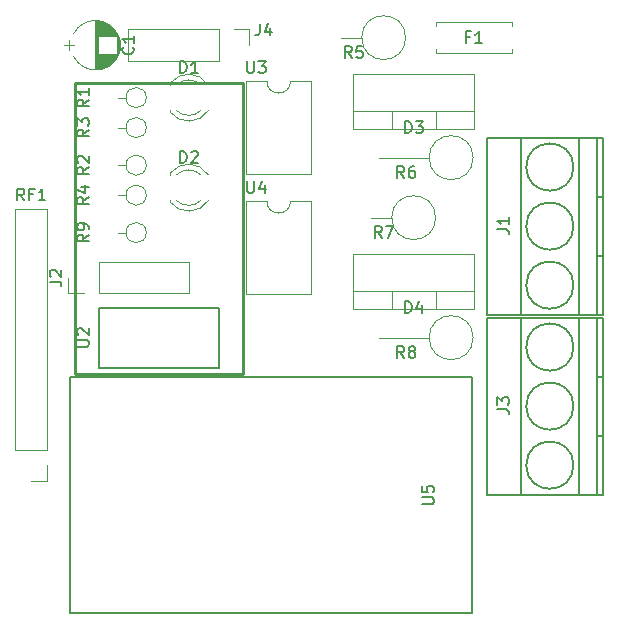
<source format=gbr>
G04 #@! TF.FileFunction,Legend,Top*
%FSLAX46Y46*%
G04 Gerber Fmt 4.6, Leading zero omitted, Abs format (unit mm)*
G04 Created by KiCad (PCBNEW 4.0.7-e2-6376~58~ubuntu17.04.1) date Sat May  5 23:35:11 2018*
%MOMM*%
%LPD*%
G01*
G04 APERTURE LIST*
%ADD10C,0.100000*%
%ADD11C,0.127000*%
%ADD12C,0.120000*%
%ADD13C,0.254000*%
%ADD14C,0.152400*%
%ADD15C,0.150000*%
G04 APERTURE END LIST*
D10*
D11*
X179215000Y-123985000D02*
X179215000Y-143985000D01*
X213215000Y-143985000D02*
X213215000Y-123985000D01*
X213215000Y-123985000D02*
X179215000Y-123985000D01*
X179215000Y-143985000D02*
X213215000Y-143985000D01*
D12*
X177225000Y-109795000D02*
X174565000Y-109795000D01*
X177225000Y-130175000D02*
X177225000Y-109795000D01*
X174565000Y-130175000D02*
X174565000Y-109795000D01*
X177225000Y-130175000D02*
X174565000Y-130175000D01*
X177225000Y-131445000D02*
X177225000Y-132775000D01*
X177225000Y-132775000D02*
X175895000Y-132775000D01*
D13*
X179578000Y-123698000D02*
X179578000Y-99060000D01*
X179578000Y-99060000D02*
X193802000Y-99060000D01*
X193802000Y-99060000D02*
X193802000Y-123698000D01*
X193802000Y-123698000D02*
X179578000Y-123698000D01*
D14*
X181610000Y-120650000D02*
X181610000Y-123190000D01*
X181610000Y-123190000D02*
X184150000Y-123190000D01*
X184150000Y-123190000D02*
X191770000Y-123190000D01*
X191770000Y-123190000D02*
X191770000Y-118110000D01*
X191770000Y-118110000D02*
X181610000Y-118110000D01*
X181610000Y-118110000D02*
X181610000Y-120650000D01*
D12*
X195850000Y-109100000D02*
X194080000Y-109100000D01*
X194080000Y-109100000D02*
X194080000Y-116960000D01*
X194080000Y-116960000D02*
X199620000Y-116960000D01*
X199620000Y-116960000D02*
X199620000Y-109100000D01*
X199620000Y-109100000D02*
X197850000Y-109100000D01*
X197850000Y-109100000D02*
G75*
G02X195850000Y-109100000I-1000000J0D01*
G01*
X213400000Y-118190000D02*
X203160000Y-118190000D01*
X213400000Y-113549000D02*
X203160000Y-113549000D01*
X213400000Y-118190000D02*
X213400000Y-113549000D01*
X203160000Y-118190000D02*
X203160000Y-113549000D01*
X213400000Y-116680000D02*
X203160000Y-116680000D01*
X210130000Y-118190000D02*
X210130000Y-116680000D01*
X206429000Y-118190000D02*
X206429000Y-116680000D01*
X190902335Y-99251392D02*
G75*
G03X187670000Y-99094484I-1672335J-1078608D01*
G01*
X190902335Y-101408608D02*
G75*
G02X187670000Y-101565516I-1672335J1078608D01*
G01*
X190271130Y-99250163D02*
G75*
G03X188189039Y-99250000I-1041130J-1079837D01*
G01*
X190271130Y-101409837D02*
G75*
G02X188189039Y-101410000I-1041130J1079837D01*
G01*
X187670000Y-99094000D02*
X187670000Y-99250000D01*
X187670000Y-101410000D02*
X187670000Y-101566000D01*
X190902335Y-106871392D02*
G75*
G03X187670000Y-106714484I-1672335J-1078608D01*
G01*
X190902335Y-109028608D02*
G75*
G02X187670000Y-109185516I-1672335J1078608D01*
G01*
X190271130Y-106870163D02*
G75*
G03X188189039Y-106870000I-1041130J-1079837D01*
G01*
X190271130Y-109029837D02*
G75*
G02X188189039Y-109030000I-1041130J1079837D01*
G01*
X187670000Y-106714000D02*
X187670000Y-106870000D01*
X187670000Y-109030000D02*
X187670000Y-109186000D01*
X195850000Y-98940000D02*
X194080000Y-98940000D01*
X194080000Y-98940000D02*
X194080000Y-106800000D01*
X194080000Y-106800000D02*
X199620000Y-106800000D01*
X199620000Y-106800000D02*
X199620000Y-98940000D01*
X199620000Y-98940000D02*
X197850000Y-98940000D01*
X197850000Y-98940000D02*
G75*
G02X195850000Y-98940000I-1000000J0D01*
G01*
X213400000Y-102950000D02*
X203160000Y-102950000D01*
X213400000Y-98309000D02*
X203160000Y-98309000D01*
X213400000Y-102950000D02*
X213400000Y-98309000D01*
X203160000Y-102950000D02*
X203160000Y-98309000D01*
X213400000Y-101440000D02*
X203160000Y-101440000D01*
X210130000Y-102950000D02*
X210130000Y-101440000D01*
X206429000Y-102950000D02*
X206429000Y-101440000D01*
X184090000Y-94555000D02*
X184090000Y-97215000D01*
X191770000Y-94555000D02*
X184090000Y-94555000D01*
X191770000Y-97215000D02*
X184090000Y-97215000D01*
X191770000Y-94555000D02*
X191770000Y-97215000D01*
X193040000Y-94555000D02*
X194370000Y-94555000D01*
X194370000Y-94555000D02*
X194370000Y-95885000D01*
X207600000Y-95250000D02*
G75*
G03X207600000Y-95250000I-1860000J0D01*
G01*
X203880000Y-95250000D02*
X202160000Y-95250000D01*
X210140000Y-110490000D02*
G75*
G03X210140000Y-110490000I-1860000J0D01*
G01*
X206420000Y-110490000D02*
X204700000Y-110490000D01*
X213315000Y-105410000D02*
G75*
G03X213315000Y-105410000I-1860000J0D01*
G01*
X209595000Y-105410000D02*
X205335000Y-105410000D01*
X213315000Y-120650000D02*
G75*
G03X213315000Y-120650000I-1860000J0D01*
G01*
X209595000Y-120650000D02*
X205335000Y-120650000D01*
X189290000Y-116900000D02*
X189290000Y-114240000D01*
X181610000Y-116900000D02*
X189290000Y-116900000D01*
X181610000Y-114240000D02*
X189290000Y-114240000D01*
X181610000Y-116900000D02*
X181610000Y-114240000D01*
X180340000Y-116900000D02*
X179010000Y-116900000D01*
X179010000Y-116900000D02*
X179010000Y-115570000D01*
X210150000Y-94270000D02*
X210150000Y-93940000D01*
X210150000Y-93940000D02*
X216570000Y-93940000D01*
X216570000Y-93940000D02*
X216570000Y-94270000D01*
X210150000Y-96230000D02*
X210150000Y-96560000D01*
X210150000Y-96560000D02*
X216570000Y-96560000D01*
X216570000Y-96560000D02*
X216570000Y-96230000D01*
X183186436Y-94905830D02*
G75*
G03X179494004Y-94905000I-1846436J-979170D01*
G01*
X183186436Y-96864170D02*
G75*
G02X179494004Y-96865000I-1846436J979170D01*
G01*
X183186436Y-96864170D02*
G75*
G03X183185996Y-94905000I-1846436J979170D01*
G01*
X181340000Y-93835000D02*
X181340000Y-97935000D01*
X181380000Y-93835000D02*
X181380000Y-97935000D01*
X181420000Y-93836000D02*
X181420000Y-97934000D01*
X181460000Y-93838000D02*
X181460000Y-97932000D01*
X181500000Y-93841000D02*
X181500000Y-97929000D01*
X181540000Y-93844000D02*
X181540000Y-97926000D01*
X181580000Y-93848000D02*
X181580000Y-95105000D01*
X181580000Y-96665000D02*
X181580000Y-97922000D01*
X181620000Y-93853000D02*
X181620000Y-95105000D01*
X181620000Y-96665000D02*
X181620000Y-97917000D01*
X181660000Y-93859000D02*
X181660000Y-95105000D01*
X181660000Y-96665000D02*
X181660000Y-97911000D01*
X181700000Y-93866000D02*
X181700000Y-95105000D01*
X181700000Y-96665000D02*
X181700000Y-97904000D01*
X181740000Y-93873000D02*
X181740000Y-95105000D01*
X181740000Y-96665000D02*
X181740000Y-97897000D01*
X181780000Y-93881000D02*
X181780000Y-95105000D01*
X181780000Y-96665000D02*
X181780000Y-97889000D01*
X181820000Y-93890000D02*
X181820000Y-95105000D01*
X181820000Y-96665000D02*
X181820000Y-97880000D01*
X181860000Y-93900000D02*
X181860000Y-95105000D01*
X181860000Y-96665000D02*
X181860000Y-97870000D01*
X181900000Y-93911000D02*
X181900000Y-95105000D01*
X181900000Y-96665000D02*
X181900000Y-97859000D01*
X181940000Y-93922000D02*
X181940000Y-95105000D01*
X181940000Y-96665000D02*
X181940000Y-97848000D01*
X181980000Y-93935000D02*
X181980000Y-95105000D01*
X181980000Y-96665000D02*
X181980000Y-97835000D01*
X182020000Y-93948000D02*
X182020000Y-95105000D01*
X182020000Y-96665000D02*
X182020000Y-97822000D01*
X182061000Y-93962000D02*
X182061000Y-95105000D01*
X182061000Y-96665000D02*
X182061000Y-97808000D01*
X182101000Y-93978000D02*
X182101000Y-95105000D01*
X182101000Y-96665000D02*
X182101000Y-97792000D01*
X182141000Y-93994000D02*
X182141000Y-95105000D01*
X182141000Y-96665000D02*
X182141000Y-97776000D01*
X182181000Y-94011000D02*
X182181000Y-95105000D01*
X182181000Y-96665000D02*
X182181000Y-97759000D01*
X182221000Y-94029000D02*
X182221000Y-95105000D01*
X182221000Y-96665000D02*
X182221000Y-97741000D01*
X182261000Y-94048000D02*
X182261000Y-95105000D01*
X182261000Y-96665000D02*
X182261000Y-97722000D01*
X182301000Y-94068000D02*
X182301000Y-95105000D01*
X182301000Y-96665000D02*
X182301000Y-97702000D01*
X182341000Y-94089000D02*
X182341000Y-95105000D01*
X182341000Y-96665000D02*
X182341000Y-97681000D01*
X182381000Y-94112000D02*
X182381000Y-95105000D01*
X182381000Y-96665000D02*
X182381000Y-97658000D01*
X182421000Y-94135000D02*
X182421000Y-95105000D01*
X182421000Y-96665000D02*
X182421000Y-97635000D01*
X182461000Y-94160000D02*
X182461000Y-95105000D01*
X182461000Y-96665000D02*
X182461000Y-97610000D01*
X182501000Y-94186000D02*
X182501000Y-95105000D01*
X182501000Y-96665000D02*
X182501000Y-97584000D01*
X182541000Y-94213000D02*
X182541000Y-95105000D01*
X182541000Y-96665000D02*
X182541000Y-97557000D01*
X182581000Y-94242000D02*
X182581000Y-95105000D01*
X182581000Y-96665000D02*
X182581000Y-97528000D01*
X182621000Y-94272000D02*
X182621000Y-95105000D01*
X182621000Y-96665000D02*
X182621000Y-97498000D01*
X182661000Y-94304000D02*
X182661000Y-95105000D01*
X182661000Y-96665000D02*
X182661000Y-97466000D01*
X182701000Y-94338000D02*
X182701000Y-95105000D01*
X182701000Y-96665000D02*
X182701000Y-97432000D01*
X182741000Y-94373000D02*
X182741000Y-95105000D01*
X182741000Y-96665000D02*
X182741000Y-97397000D01*
X182781000Y-94410000D02*
X182781000Y-95105000D01*
X182781000Y-96665000D02*
X182781000Y-97360000D01*
X182821000Y-94449000D02*
X182821000Y-95105000D01*
X182821000Y-96665000D02*
X182821000Y-97321000D01*
X182861000Y-94490000D02*
X182861000Y-95105000D01*
X182861000Y-96665000D02*
X182861000Y-97280000D01*
X182901000Y-94534000D02*
X182901000Y-95105000D01*
X182901000Y-96665000D02*
X182901000Y-97236000D01*
X182941000Y-94580000D02*
X182941000Y-95105000D01*
X182941000Y-96665000D02*
X182941000Y-97190000D01*
X182981000Y-94629000D02*
X182981000Y-95105000D01*
X182981000Y-96665000D02*
X182981000Y-97141000D01*
X183021000Y-94681000D02*
X183021000Y-95105000D01*
X183021000Y-96665000D02*
X183021000Y-97089000D01*
X183061000Y-94737000D02*
X183061000Y-95105000D01*
X183061000Y-96665000D02*
X183061000Y-97033000D01*
X183101000Y-94797000D02*
X183101000Y-95105000D01*
X183101000Y-96665000D02*
X183101000Y-96973000D01*
X183141000Y-94862000D02*
X183141000Y-96908000D01*
X183181000Y-94933000D02*
X183181000Y-96837000D01*
X183221000Y-95011000D02*
X183221000Y-96759000D01*
X183261000Y-95099000D02*
X183261000Y-96671000D01*
X183301000Y-95199000D02*
X183301000Y-96571000D01*
X183341000Y-95318000D02*
X183341000Y-96452000D01*
X183381000Y-95470000D02*
X183381000Y-96300000D01*
X183421000Y-95720000D02*
X183421000Y-96050000D01*
X178640000Y-95885000D02*
X179540000Y-95885000D01*
X179090000Y-95435000D02*
X179090000Y-96335000D01*
D15*
X221810000Y-106205000D02*
G75*
G03X221810000Y-106205000I-2000000J0D01*
G01*
X223810000Y-108705000D02*
X224310000Y-108705000D01*
X223810000Y-113705000D02*
X224310000Y-113705000D01*
X221810000Y-111205000D02*
G75*
G03X221810000Y-111205000I-2000000J0D01*
G01*
X221810000Y-116205000D02*
G75*
G03X221810000Y-116205000I-2000000J0D01*
G01*
X222310000Y-118705000D02*
X222310000Y-103705000D01*
X217410000Y-118705000D02*
X217410000Y-103705000D01*
X223810000Y-118705000D02*
X223810000Y-103705000D01*
X224310000Y-118705000D02*
X224310000Y-103705000D01*
X224310000Y-103705000D02*
X214510000Y-103705000D01*
X214510000Y-103705000D02*
X214510000Y-118705000D01*
X214510000Y-118705000D02*
X224310000Y-118705000D01*
X221810000Y-121445000D02*
G75*
G03X221810000Y-121445000I-2000000J0D01*
G01*
X223810000Y-123945000D02*
X224310000Y-123945000D01*
X223810000Y-128945000D02*
X224310000Y-128945000D01*
X221810000Y-126445000D02*
G75*
G03X221810000Y-126445000I-2000000J0D01*
G01*
X221810000Y-131445000D02*
G75*
G03X221810000Y-131445000I-2000000J0D01*
G01*
X222310000Y-133945000D02*
X222310000Y-118945000D01*
X217410000Y-133945000D02*
X217410000Y-118945000D01*
X223810000Y-133945000D02*
X223810000Y-118945000D01*
X224310000Y-133945000D02*
X224310000Y-118945000D01*
X224310000Y-118945000D02*
X214510000Y-118945000D01*
X214510000Y-118945000D02*
X214510000Y-133945000D01*
X214510000Y-133945000D02*
X224310000Y-133945000D01*
D12*
X185645000Y-100330000D02*
G75*
G03X185645000Y-100330000I-860000J0D01*
G01*
X183925000Y-100330000D02*
X183245000Y-100330000D01*
X185645000Y-106045000D02*
G75*
G03X185645000Y-106045000I-860000J0D01*
G01*
X183925000Y-106045000D02*
X183245000Y-106045000D01*
X185645000Y-102870000D02*
G75*
G03X185645000Y-102870000I-860000J0D01*
G01*
X183925000Y-102870000D02*
X183245000Y-102870000D01*
X185645000Y-108585000D02*
G75*
G03X185645000Y-108585000I-860000J0D01*
G01*
X183925000Y-108585000D02*
X183245000Y-108585000D01*
X185645000Y-111760000D02*
G75*
G03X185645000Y-111760000I-860000J0D01*
G01*
X183925000Y-111760000D02*
X183245000Y-111760000D01*
D15*
X209002381Y-134746905D02*
X209811905Y-134746905D01*
X209907143Y-134699286D01*
X209954762Y-134651667D01*
X210002381Y-134556429D01*
X210002381Y-134365952D01*
X209954762Y-134270714D01*
X209907143Y-134223095D01*
X209811905Y-134175476D01*
X209002381Y-134175476D01*
X209002381Y-133223095D02*
X209002381Y-133699286D01*
X209478571Y-133746905D01*
X209430952Y-133699286D01*
X209383333Y-133604048D01*
X209383333Y-133365952D01*
X209430952Y-133270714D01*
X209478571Y-133223095D01*
X209573810Y-133175476D01*
X209811905Y-133175476D01*
X209907143Y-133223095D01*
X209954762Y-133270714D01*
X210002381Y-133365952D01*
X210002381Y-133604048D01*
X209954762Y-133699286D01*
X209907143Y-133746905D01*
X175299762Y-109037381D02*
X174966428Y-108561190D01*
X174728333Y-109037381D02*
X174728333Y-108037381D01*
X175109286Y-108037381D01*
X175204524Y-108085000D01*
X175252143Y-108132619D01*
X175299762Y-108227857D01*
X175299762Y-108370714D01*
X175252143Y-108465952D01*
X175204524Y-108513571D01*
X175109286Y-108561190D01*
X174728333Y-108561190D01*
X176061667Y-108513571D02*
X175728333Y-108513571D01*
X175728333Y-109037381D02*
X175728333Y-108037381D01*
X176204524Y-108037381D01*
X177109286Y-109037381D02*
X176537857Y-109037381D01*
X176823571Y-109037381D02*
X176823571Y-108037381D01*
X176728333Y-108180238D01*
X176633095Y-108275476D01*
X176537857Y-108323095D01*
X179792381Y-121411905D02*
X180601905Y-121411905D01*
X180697143Y-121364286D01*
X180744762Y-121316667D01*
X180792381Y-121221429D01*
X180792381Y-121030952D01*
X180744762Y-120935714D01*
X180697143Y-120888095D01*
X180601905Y-120840476D01*
X179792381Y-120840476D01*
X179887619Y-120411905D02*
X179840000Y-120364286D01*
X179792381Y-120269048D01*
X179792381Y-120030952D01*
X179840000Y-119935714D01*
X179887619Y-119888095D01*
X179982857Y-119840476D01*
X180078095Y-119840476D01*
X180220952Y-119888095D01*
X180792381Y-120459524D01*
X180792381Y-119840476D01*
X194183095Y-107402381D02*
X194183095Y-108211905D01*
X194230714Y-108307143D01*
X194278333Y-108354762D01*
X194373571Y-108402381D01*
X194564048Y-108402381D01*
X194659286Y-108354762D01*
X194706905Y-108307143D01*
X194754524Y-108211905D01*
X194754524Y-107402381D01*
X195659286Y-107735714D02*
X195659286Y-108402381D01*
X195421190Y-107354762D02*
X195183095Y-108069048D01*
X195802143Y-108069048D01*
X207541905Y-118562381D02*
X207541905Y-117562381D01*
X207780000Y-117562381D01*
X207922858Y-117610000D01*
X208018096Y-117705238D01*
X208065715Y-117800476D01*
X208113334Y-117990952D01*
X208113334Y-118133810D01*
X208065715Y-118324286D01*
X208018096Y-118419524D01*
X207922858Y-118514762D01*
X207780000Y-118562381D01*
X207541905Y-118562381D01*
X208970477Y-117895714D02*
X208970477Y-118562381D01*
X208732381Y-117514762D02*
X208494286Y-118229048D01*
X209113334Y-118229048D01*
X188491905Y-98242381D02*
X188491905Y-97242381D01*
X188730000Y-97242381D01*
X188872858Y-97290000D01*
X188968096Y-97385238D01*
X189015715Y-97480476D01*
X189063334Y-97670952D01*
X189063334Y-97813810D01*
X189015715Y-98004286D01*
X188968096Y-98099524D01*
X188872858Y-98194762D01*
X188730000Y-98242381D01*
X188491905Y-98242381D01*
X190015715Y-98242381D02*
X189444286Y-98242381D01*
X189730000Y-98242381D02*
X189730000Y-97242381D01*
X189634762Y-97385238D01*
X189539524Y-97480476D01*
X189444286Y-97528095D01*
X188491905Y-105862381D02*
X188491905Y-104862381D01*
X188730000Y-104862381D01*
X188872858Y-104910000D01*
X188968096Y-105005238D01*
X189015715Y-105100476D01*
X189063334Y-105290952D01*
X189063334Y-105433810D01*
X189015715Y-105624286D01*
X188968096Y-105719524D01*
X188872858Y-105814762D01*
X188730000Y-105862381D01*
X188491905Y-105862381D01*
X189444286Y-104957619D02*
X189491905Y-104910000D01*
X189587143Y-104862381D01*
X189825239Y-104862381D01*
X189920477Y-104910000D01*
X189968096Y-104957619D01*
X190015715Y-105052857D01*
X190015715Y-105148095D01*
X189968096Y-105290952D01*
X189396667Y-105862381D01*
X190015715Y-105862381D01*
X194183095Y-97242381D02*
X194183095Y-98051905D01*
X194230714Y-98147143D01*
X194278333Y-98194762D01*
X194373571Y-98242381D01*
X194564048Y-98242381D01*
X194659286Y-98194762D01*
X194706905Y-98147143D01*
X194754524Y-98051905D01*
X194754524Y-97242381D01*
X195135476Y-97242381D02*
X195754524Y-97242381D01*
X195421190Y-97623333D01*
X195564048Y-97623333D01*
X195659286Y-97670952D01*
X195706905Y-97718571D01*
X195754524Y-97813810D01*
X195754524Y-98051905D01*
X195706905Y-98147143D01*
X195659286Y-98194762D01*
X195564048Y-98242381D01*
X195278333Y-98242381D01*
X195183095Y-98194762D01*
X195135476Y-98147143D01*
X207541905Y-103322381D02*
X207541905Y-102322381D01*
X207780000Y-102322381D01*
X207922858Y-102370000D01*
X208018096Y-102465238D01*
X208065715Y-102560476D01*
X208113334Y-102750952D01*
X208113334Y-102893810D01*
X208065715Y-103084286D01*
X208018096Y-103179524D01*
X207922858Y-103274762D01*
X207780000Y-103322381D01*
X207541905Y-103322381D01*
X208446667Y-102322381D02*
X209065715Y-102322381D01*
X208732381Y-102703333D01*
X208875239Y-102703333D01*
X208970477Y-102750952D01*
X209018096Y-102798571D01*
X209065715Y-102893810D01*
X209065715Y-103131905D01*
X209018096Y-103227143D01*
X208970477Y-103274762D01*
X208875239Y-103322381D01*
X208589524Y-103322381D01*
X208494286Y-103274762D01*
X208446667Y-103227143D01*
X195246667Y-94067381D02*
X195246667Y-94781667D01*
X195199047Y-94924524D01*
X195103809Y-95019762D01*
X194960952Y-95067381D01*
X194865714Y-95067381D01*
X196151429Y-94400714D02*
X196151429Y-95067381D01*
X195913333Y-94019762D02*
X195675238Y-94734048D01*
X196294286Y-94734048D01*
X203033334Y-96972381D02*
X202700000Y-96496190D01*
X202461905Y-96972381D02*
X202461905Y-95972381D01*
X202842858Y-95972381D01*
X202938096Y-96020000D01*
X202985715Y-96067619D01*
X203033334Y-96162857D01*
X203033334Y-96305714D01*
X202985715Y-96400952D01*
X202938096Y-96448571D01*
X202842858Y-96496190D01*
X202461905Y-96496190D01*
X203938096Y-95972381D02*
X203461905Y-95972381D01*
X203414286Y-96448571D01*
X203461905Y-96400952D01*
X203557143Y-96353333D01*
X203795239Y-96353333D01*
X203890477Y-96400952D01*
X203938096Y-96448571D01*
X203985715Y-96543810D01*
X203985715Y-96781905D01*
X203938096Y-96877143D01*
X203890477Y-96924762D01*
X203795239Y-96972381D01*
X203557143Y-96972381D01*
X203461905Y-96924762D01*
X203414286Y-96877143D01*
X205573334Y-112212381D02*
X205240000Y-111736190D01*
X205001905Y-112212381D02*
X205001905Y-111212381D01*
X205382858Y-111212381D01*
X205478096Y-111260000D01*
X205525715Y-111307619D01*
X205573334Y-111402857D01*
X205573334Y-111545714D01*
X205525715Y-111640952D01*
X205478096Y-111688571D01*
X205382858Y-111736190D01*
X205001905Y-111736190D01*
X205906667Y-111212381D02*
X206573334Y-111212381D01*
X206144762Y-112212381D01*
X207478334Y-107132381D02*
X207145000Y-106656190D01*
X206906905Y-107132381D02*
X206906905Y-106132381D01*
X207287858Y-106132381D01*
X207383096Y-106180000D01*
X207430715Y-106227619D01*
X207478334Y-106322857D01*
X207478334Y-106465714D01*
X207430715Y-106560952D01*
X207383096Y-106608571D01*
X207287858Y-106656190D01*
X206906905Y-106656190D01*
X208335477Y-106132381D02*
X208145000Y-106132381D01*
X208049762Y-106180000D01*
X208002143Y-106227619D01*
X207906905Y-106370476D01*
X207859286Y-106560952D01*
X207859286Y-106941905D01*
X207906905Y-107037143D01*
X207954524Y-107084762D01*
X208049762Y-107132381D01*
X208240239Y-107132381D01*
X208335477Y-107084762D01*
X208383096Y-107037143D01*
X208430715Y-106941905D01*
X208430715Y-106703810D01*
X208383096Y-106608571D01*
X208335477Y-106560952D01*
X208240239Y-106513333D01*
X208049762Y-106513333D01*
X207954524Y-106560952D01*
X207906905Y-106608571D01*
X207859286Y-106703810D01*
X207478334Y-122372381D02*
X207145000Y-121896190D01*
X206906905Y-122372381D02*
X206906905Y-121372381D01*
X207287858Y-121372381D01*
X207383096Y-121420000D01*
X207430715Y-121467619D01*
X207478334Y-121562857D01*
X207478334Y-121705714D01*
X207430715Y-121800952D01*
X207383096Y-121848571D01*
X207287858Y-121896190D01*
X206906905Y-121896190D01*
X208049762Y-121800952D02*
X207954524Y-121753333D01*
X207906905Y-121705714D01*
X207859286Y-121610476D01*
X207859286Y-121562857D01*
X207906905Y-121467619D01*
X207954524Y-121420000D01*
X208049762Y-121372381D01*
X208240239Y-121372381D01*
X208335477Y-121420000D01*
X208383096Y-121467619D01*
X208430715Y-121562857D01*
X208430715Y-121610476D01*
X208383096Y-121705714D01*
X208335477Y-121753333D01*
X208240239Y-121800952D01*
X208049762Y-121800952D01*
X207954524Y-121848571D01*
X207906905Y-121896190D01*
X207859286Y-121991429D01*
X207859286Y-122181905D01*
X207906905Y-122277143D01*
X207954524Y-122324762D01*
X208049762Y-122372381D01*
X208240239Y-122372381D01*
X208335477Y-122324762D01*
X208383096Y-122277143D01*
X208430715Y-122181905D01*
X208430715Y-121991429D01*
X208383096Y-121896190D01*
X208335477Y-121848571D01*
X208240239Y-121800952D01*
X177462381Y-115903333D02*
X178176667Y-115903333D01*
X178319524Y-115950953D01*
X178414762Y-116046191D01*
X178462381Y-116189048D01*
X178462381Y-116284286D01*
X177557619Y-115474762D02*
X177510000Y-115427143D01*
X177462381Y-115331905D01*
X177462381Y-115093809D01*
X177510000Y-114998571D01*
X177557619Y-114950952D01*
X177652857Y-114903333D01*
X177748095Y-114903333D01*
X177890952Y-114950952D01*
X178462381Y-115522381D01*
X178462381Y-114903333D01*
X213026667Y-95178571D02*
X212693333Y-95178571D01*
X212693333Y-95702381D02*
X212693333Y-94702381D01*
X213169524Y-94702381D01*
X214074286Y-95702381D02*
X213502857Y-95702381D01*
X213788571Y-95702381D02*
X213788571Y-94702381D01*
X213693333Y-94845238D01*
X213598095Y-94940476D01*
X213502857Y-94988095D01*
X184507143Y-96051666D02*
X184554762Y-96099285D01*
X184602381Y-96242142D01*
X184602381Y-96337380D01*
X184554762Y-96480238D01*
X184459524Y-96575476D01*
X184364286Y-96623095D01*
X184173810Y-96670714D01*
X184030952Y-96670714D01*
X183840476Y-96623095D01*
X183745238Y-96575476D01*
X183650000Y-96480238D01*
X183602381Y-96337380D01*
X183602381Y-96242142D01*
X183650000Y-96099285D01*
X183697619Y-96051666D01*
X184602381Y-95099285D02*
X184602381Y-95670714D01*
X184602381Y-95385000D02*
X183602381Y-95385000D01*
X183745238Y-95480238D01*
X183840476Y-95575476D01*
X183888095Y-95670714D01*
X215352381Y-111458333D02*
X216066667Y-111458333D01*
X216209524Y-111505953D01*
X216304762Y-111601191D01*
X216352381Y-111744048D01*
X216352381Y-111839286D01*
X216352381Y-110458333D02*
X216352381Y-111029762D01*
X216352381Y-110744048D02*
X215352381Y-110744048D01*
X215495238Y-110839286D01*
X215590476Y-110934524D01*
X215638095Y-111029762D01*
X215352381Y-126698333D02*
X216066667Y-126698333D01*
X216209524Y-126745953D01*
X216304762Y-126841191D01*
X216352381Y-126984048D01*
X216352381Y-127079286D01*
X215352381Y-126317381D02*
X215352381Y-125698333D01*
X215733333Y-126031667D01*
X215733333Y-125888809D01*
X215780952Y-125793571D01*
X215828571Y-125745952D01*
X215923810Y-125698333D01*
X216161905Y-125698333D01*
X216257143Y-125745952D01*
X216304762Y-125793571D01*
X216352381Y-125888809D01*
X216352381Y-126174524D01*
X216304762Y-126269762D01*
X216257143Y-126317381D01*
X180792381Y-100496666D02*
X180316190Y-100830000D01*
X180792381Y-101068095D02*
X179792381Y-101068095D01*
X179792381Y-100687142D01*
X179840000Y-100591904D01*
X179887619Y-100544285D01*
X179982857Y-100496666D01*
X180125714Y-100496666D01*
X180220952Y-100544285D01*
X180268571Y-100591904D01*
X180316190Y-100687142D01*
X180316190Y-101068095D01*
X180792381Y-99544285D02*
X180792381Y-100115714D01*
X180792381Y-99830000D02*
X179792381Y-99830000D01*
X179935238Y-99925238D01*
X180030476Y-100020476D01*
X180078095Y-100115714D01*
X180792381Y-106211666D02*
X180316190Y-106545000D01*
X180792381Y-106783095D02*
X179792381Y-106783095D01*
X179792381Y-106402142D01*
X179840000Y-106306904D01*
X179887619Y-106259285D01*
X179982857Y-106211666D01*
X180125714Y-106211666D01*
X180220952Y-106259285D01*
X180268571Y-106306904D01*
X180316190Y-106402142D01*
X180316190Y-106783095D01*
X179887619Y-105830714D02*
X179840000Y-105783095D01*
X179792381Y-105687857D01*
X179792381Y-105449761D01*
X179840000Y-105354523D01*
X179887619Y-105306904D01*
X179982857Y-105259285D01*
X180078095Y-105259285D01*
X180220952Y-105306904D01*
X180792381Y-105878333D01*
X180792381Y-105259285D01*
X180792381Y-103036666D02*
X180316190Y-103370000D01*
X180792381Y-103608095D02*
X179792381Y-103608095D01*
X179792381Y-103227142D01*
X179840000Y-103131904D01*
X179887619Y-103084285D01*
X179982857Y-103036666D01*
X180125714Y-103036666D01*
X180220952Y-103084285D01*
X180268571Y-103131904D01*
X180316190Y-103227142D01*
X180316190Y-103608095D01*
X179792381Y-102703333D02*
X179792381Y-102084285D01*
X180173333Y-102417619D01*
X180173333Y-102274761D01*
X180220952Y-102179523D01*
X180268571Y-102131904D01*
X180363810Y-102084285D01*
X180601905Y-102084285D01*
X180697143Y-102131904D01*
X180744762Y-102179523D01*
X180792381Y-102274761D01*
X180792381Y-102560476D01*
X180744762Y-102655714D01*
X180697143Y-102703333D01*
X180792381Y-108751666D02*
X180316190Y-109085000D01*
X180792381Y-109323095D02*
X179792381Y-109323095D01*
X179792381Y-108942142D01*
X179840000Y-108846904D01*
X179887619Y-108799285D01*
X179982857Y-108751666D01*
X180125714Y-108751666D01*
X180220952Y-108799285D01*
X180268571Y-108846904D01*
X180316190Y-108942142D01*
X180316190Y-109323095D01*
X180125714Y-107894523D02*
X180792381Y-107894523D01*
X179744762Y-108132619D02*
X180459048Y-108370714D01*
X180459048Y-107751666D01*
X180792381Y-111926666D02*
X180316190Y-112260000D01*
X180792381Y-112498095D02*
X179792381Y-112498095D01*
X179792381Y-112117142D01*
X179840000Y-112021904D01*
X179887619Y-111974285D01*
X179982857Y-111926666D01*
X180125714Y-111926666D01*
X180220952Y-111974285D01*
X180268571Y-112021904D01*
X180316190Y-112117142D01*
X180316190Y-112498095D01*
X180792381Y-111450476D02*
X180792381Y-111260000D01*
X180744762Y-111164761D01*
X180697143Y-111117142D01*
X180554286Y-111021904D01*
X180363810Y-110974285D01*
X179982857Y-110974285D01*
X179887619Y-111021904D01*
X179840000Y-111069523D01*
X179792381Y-111164761D01*
X179792381Y-111355238D01*
X179840000Y-111450476D01*
X179887619Y-111498095D01*
X179982857Y-111545714D01*
X180220952Y-111545714D01*
X180316190Y-111498095D01*
X180363810Y-111450476D01*
X180411429Y-111355238D01*
X180411429Y-111164761D01*
X180363810Y-111069523D01*
X180316190Y-111021904D01*
X180220952Y-110974285D01*
M02*

</source>
